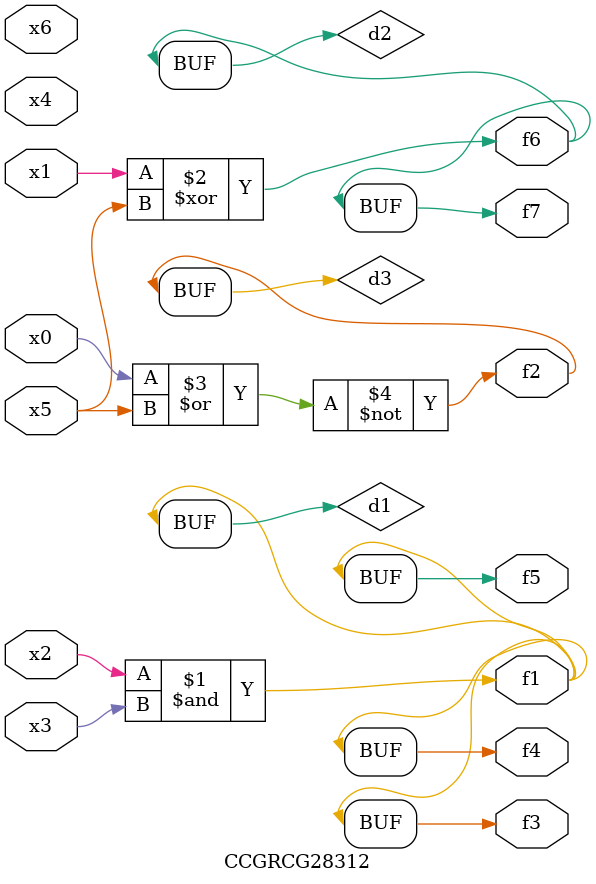
<source format=v>
module CCGRCG28312(
	input x0, x1, x2, x3, x4, x5, x6,
	output f1, f2, f3, f4, f5, f6, f7
);

	wire d1, d2, d3;

	and (d1, x2, x3);
	xor (d2, x1, x5);
	nor (d3, x0, x5);
	assign f1 = d1;
	assign f2 = d3;
	assign f3 = d1;
	assign f4 = d1;
	assign f5 = d1;
	assign f6 = d2;
	assign f7 = d2;
endmodule

</source>
